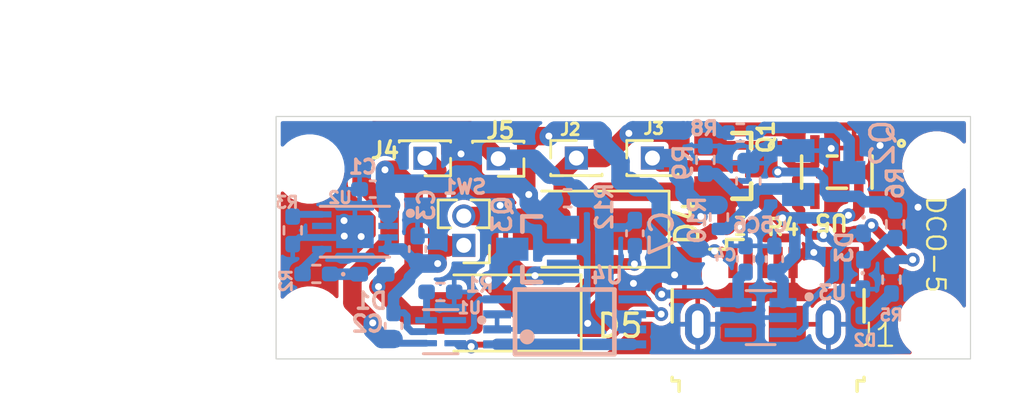
<source format=kicad_pcb>
(kicad_pcb (version 20240108) (generator "pcbnew") (generator_version "8.0")
  (layers (0 "F.Cu" signal) (31 "B.Cu" signal) (34 "B.Paste" user) (35 "F.Paste" user) (36 "B.SilkS" user "B.Silkscreen") (37 "F.SilkS" user "F.Silkscreen") (38 "B.Mask" user) (39 "F.Mask" user) (44 "Edge.Cuts" user))
  (net 0 "")
  (net 1 "BAT+")
  (net 2 "+3V")
  (net 3 "VIN+")
  (net 4 "Net-(D1-K)")
  (net 5 "Net-(D2-A)")
  (net 6 "DOUT")
  (net 7 "Net-(D3-A)")
  (net 8 "VIN-")
  (net 12 "EN")
  (net 13 "Net-(U1-V-)")
  (net 14 "Net-(U2-STAT)")
  (net 15 "Net-(U2-PROG)")
  (net 16 "LOAD_SUPPLY")
  (net 18 "COUT")
  (net 19 "BAT-")
  (net 20 "Net-(U4-D1)")
  (net 22 "Net-(C6-Pad1)")
  (net 23 "LOAD_VCC")
  (net 24 "OUT-")
  (net 25 "Net-(Q2-Pad3)")
  (footprint "Diode_SMD:D_SMA" (layer "F.Cu") (at 186.1835 71.02 180)
    (property "Reference" "D5")
    (property "Value" "D_Schottky")
  )
  (footprint "Connector_PinHeader_1.27mm:PinHeader_1x02_P1.27mm_Vertical" (layer "F.Cu") (at 184.616 68.09 180)
    (property "Reference" "SW1")
    (property "Value" "SW_Push")
  )
  (footprint "" (layer "F.Cu") (at 177.955175 71.37)
    (property "Reference" "")
    (property "Value" "")
  )
  (footprint "footprints:SOT-143_M4_MCH" (layer "F.Cu") (at 200.7542 64.9194 180)
    (property "Reference" "U5")
    (property "Value" "MIC6315-30D2UY-TR")
  )
  (footprint "Connector_PinHeader_1.27mm:PinHeader_1x01_P1.27mm_Vertical" (layer "F.Cu") (at 189.486 64.31)
    (property "Reference" "J2")
    (property "Value" "Conn_01x01_Pin")
  )
  (footprint "Connector_PinHeader_1.27mm:PinHeader_1x01_P1.27mm_Vertical" (layer "F.Cu") (at 186.106 64.34 180)
    (property "Reference" "J5")
    (property "Value" "Conn_01x01_Pin")
  )
  (footprint "Connector_PinHeader_1.27mm:PinHeader_1x01_P1.27mm_Vertical" (layer "F.Cu") (at 192.776 64.31)
    (property "Reference" "J3")
    (property "Value" "Conn_01x01_Pin")
  )
  (footprint "USB_MICRO-B:USB-Micro-B_U-D-M7DS-G-1" (layer "F.Cu") (at 197.561 71.51 180)
    (property "Reference" "J1")
    (property "Value" "USB_B_Micro")
  )
  (footprint "Resistor_SMD:R_0402_1005Metric_Pad0.72x0.64mm_HandSolder" (layer "F.Cu") (at 196.57 67.245 180)
    (property "Reference" "R4")
    (property "Value" "10k")
  )
  (footprint "" (layer "F.Cu") (at 177.955175 64.785769)
    (property "Reference" "")
    (property "Value" "")
  )
  (footprint "Connector_PinHeader_1.27mm:PinHeader_1x01_P1.27mm_Vertical" (layer "F.Cu") (at 182.936 64.32 180)
    (property "Reference" "J4")
    (property "Value" "Conn_01x01_Pin")
  )
  (footprint "Diode_SMD:D_SMA" (layer "F.Cu") (at 189.986 67.39 180)
    (property "Reference" "D4")
    (property "Value" "D_Schottky")
  )
  (footprint "AO3401A:SOT23" (layer "F.Cu") (at 196.386 64.65 -90)
    (property "Reference" "Q1")
    (property "Value" "AO3401A")
  )
  (footprint "" (layer "F.Cu") (at 205.076 64.65)
    (property "Reference" "")
    (property "Value" "")
  )
  (footprint "" (layer "F.Cu") (at 204.896 71.5)
    (property "Reference" "")
    (property "Value" "")
  )
  (footprint "IRLML6344:SOT23" (layer "B.Cu") (at 200.185 64.939 90)
    (property "Reference" "Q2")
    (property "Value" "AO3401A")
  )
  (footprint "8205A:TSSOP8" (layer "B.Cu") (at 188.981 71.405)
    (property "Reference" "U4")
    (property "Value" "8205A")
  )
  (footprint "Capacitor_SMD:C_0402_1005Metric_Pad0.74x0.62mm_HandSolder" (layer "B.Cu") (at 180.676 65.66)
    (property "Reference" "C1")
    (property "Value" "4.7uF")
  )
  (footprint "LED_SMD:LED_0402_1005Metric_Pad0.77x0.64mm_HandSolder" (layer "B.Cu") (at 180.6635 69.34)
    (property "Reference" "D1")
    (property "Value" "LED" (hide yes))
  )
  (footprint "Capacitor_SMD:C_0402_1005Metric_Pad0.74x0.62mm_HandSolder" (layer "B.Cu") (at 181.576 71.58 90)
    (property "Reference" "C2")
    (property "Value" ".1uF")
  )
  (footprint "Resistor_SMD:R_0402_1005Metric_Pad0.72x0.64mm_HandSolder" (layer "B.Cu") (at 178.236 69.33 180)
    (property "Reference" "R2")
    (property "Value" "470")
  )
  (footprint "Resistor_SMD:R_0402_1005Metric" (layer "B.Cu") (at 189.106 66.05)
    (property "Reference" "R12")
    (property "Value" "10k")
  )
  (footprint "MIC5365-3.0YC5-TR:SOT65P210X110-5N" (layer "B.Cu") (at 197.456 71.22 180)
    (property "Reference" "U3")
    (property "Value" "MIC5365-3.0YC5-TR")
  )
  (footprint "LED_SMD:LED_0402_1005Metric_Pad0.77x0.64mm_HandSolder" (layer "B.Cu") (at 201.876 70.56 -90)
    (property "Reference" "D2")
    (property "Value" "LED")
  )
  (footprint "Resistor_SMD:R_0402_1005Metric_Pad0.72x0.64mm_HandSolder" (layer "B.Cu") (at 183.6035 70.11 180)
    (property "Reference" "R1")
    (property "Value" "2.2k")
  )
  (footprint "Capacitor_SMD:C_0402_1005Metric_Pad0.74x0.62mm_HandSolder" (layer "B.Cu") (at 196.806 68.68 -90)
    (property "Reference" "C4")
    (property "Value" "1uF")
  )
  (footprint "Capacitor_SMD:C_0402_1005Metric_Pad0.74x0.62mm_HandSolder" (layer "B.Cu") (at 192.016 67.57 90)
    (property "Reference" "C7")
    (property "Value" ".1uF")
  )
  (footprint "BQ29700DSER:SON50P150X150X80-6N" (layer "B.Cu") (at 183.616 71.83 180)
    (property "Reference" "U1")
    (property "Value" "BQ29700DSER")
  )
  (footprint "Capacitor_SMD:C_0603_1608Metric" (layer "B.Cu") (at 196.926 65.305 90)
    (property "Reference" "C6")
    (property "Value" "10uF")
  )
  (footprint "Resistor_SMD:R_0402_1005Metric" (layer "B.Cu") (at 195.656 66.87 -90)
    (property "Reference" "R10")
    (property "Value" "R")
  )
  (footprint "Resistor_SMD:R_0402_1005Metric_Pad0.72x0.64mm_HandSolder" (layer "B.Cu") (at 195.066 64.3875 -90)
    (property "Reference" "R9")
    (property "Value" "R")
  )
  (footprint "Capacitor_SMD:C_0402_1005Metric_Pad0.74x0.62mm_HandSolder" (layer "B.Cu") (at 198.051 68.685 -90)
    (property "Reference" "C5")
    (property "Value" "1uF")
  )
  (footprint "MCP73831-2ACI_MC:SON50P200X300X100-9N" (layer "B.Cu") (at 179.906 67.5 180)
    (property "Reference" "U2")
    (property "Value" "MCP73831-2ACI_MC")
  )
  (footprint "Capacitor_SMD:C_0402_1005Metric_Pad0.74x0.62mm_HandSolder" (layer "B.Cu") (at 182.616 68.25 -90)
    (property "Reference" "C3")
    (property "Value" "4.7uF")
  )
  (footprint "Resistor_SMD:R_0402_1005Metric" (layer "B.Cu") (at 196.576 63.21 180)
    (property "Reference" "R8")
    (property "Value" "R")
  )
  (footprint "AO3401A:SOT23" (layer "B.Cu") (at 187.811 68.259 -90)
    (property "Reference" "Q3")
    (property "Value" "PMOS")
  )
  (footprint "LED_SMD:LED_0402_1005Metric_Pad0.77x0.64mm_HandSolder" (layer "B.Cu") (at 201.906 68.14 -90)
    (property "Reference" "D3")
    (property "Value" "RED_LED")
  )
  (footprint "Resistor_SMD:R_0402_1005Metric_Pad0.72x0.64mm_HandSolder" (layer "B.Cu") (at 203.276 67.18 90)
    (property "Reference" "R6")
    (property "Value" "1k")
  )
  (footprint "Resistor_SMD:R_0402_1005Metric_Pad0.72x0.64mm_HandSolder" (layer "B.Cu") (at 177.216 67.44 -90)
    (property "Reference" "R3")
    (property "Value" "R")
  )
  (footprint "Resistor_SMD:R_0402_1005Metric_Pad0.72x0.64mm_HandSolder" (layer "B.Cu") (at 203.116 69.5775 90)
    (property "Reference" "R5")
    (property "Value" "1k")
  )
  (gr_rect (start 176.496 62.51) (end 206.536 73.01) (stroke (width 0.05)) (fill none) (layer "Edge.Cuts"))
  (gr_text "DCO-5\n" (at 204.556 65.893 -90) (layer "F.SilkS") (effects (font (size 0.8 0.8) (thickness 0.1)) (justify left bottom)))
  (segment (start 183.466 64.85) (end 183.466 67.886) (width 0.8) (layer "F.Cu") (net 1))
  (segment (start 183.999 68.09) (end 184.616 68.09) (width 0.8) (layer "F.Cu") (net 1))
  (segment (start 183.91 68.179) (end 183.999 68.09) (width 0.8) (layer "F.Cu") (net 1))
  (segment (start 183.466 67.886) (end 183.466 68.86) (width 0.8) (layer "F.Cu") (net 1))
  (segment (start 183.466 67.886) (end 183.617 67.886) (width 0.8) (layer "F.Cu") (net 1))
  (segment (start 183.617 67.886) (end 183.91 68.179) (width 0.8) (layer "F.Cu") (net 1))
  (segment (start 182.936 64.32) (end 183.466 64.85) (width 0.8) (layer "F.Cu") (net 1))
  (segment (start 183.466 68.86) (end 183.486 68.88) (width 0.8) (layer "F.Cu") (net 1))
  (via (at 183.486 68.88) (size 0.6) (drill 0.3) (layers "F.Cu" "B.Cu") (net 1))
  (segment (start 181.341 67.75) (end 181.341 68.25) (width 0.3) (layer "B.Cu") (net 1))
  (segment (start 182.366 71.83) (end 182.166 71.63) (width 0.3) (layer "B.Cu") (net 1))
  (segment (start 182.0285 71.0125) (end 181.576 71.0125) (width 0.3) (layer "B.Cu") (net 1))
  (segment (start 182.986 71.83) (end 182.366 71.83) (width 0.3) (layer "B.Cu") (net 1))
  (segment (start 182.166 71.63) (end 182.166 71.15) (width 0.3) (layer "B.Cu") (net 1))
  (segment (start 181.576 70.29) (end 181.576 71.0125) (width 0.5) (layer "B.Cu") (net 1))
  (segment (start 182.616 69.13) (end 182.266 69.48) (width 0.5) (layer "B.Cu") (net 1))
  (segment (start 182.266 69.6) (end 181.576 70.29) (width 0.5) (layer "B.Cu") (net 1))
  (segment (start 183.486 68.88) (end 182.6785 68.88) (width 0.8) (layer "B.Cu") (net 1))
  (segment (start 181.956 68.25) (end 181.341 68.25) (width 0.5) (layer "B.Cu") (net 1))
  (segment (start 182.166 71.15) (end 182.0285 71.0125) (width 0.3) (layer "B.Cu") (net 1))
  (segment (start 182.5235 68.8175) (end 181.956 68.25) (width 0.5) (layer "B.Cu") (net 1))
  (segment (start 182.616 68.8175) (end 182.5235 68.8175) (width 0.5) (layer "B.Cu") (net 1))
  (segment (start 182.6785 68.88) (end 182.616 68.8175) (width 0.8) (layer "B.Cu") (net 1))
  (segment (start 182.616 68.8175) (end 182.616 69.13) (width 0.5) (layer "B.Cu") (net 1))
  (segment (start 182.266 69.48) (end 182.266 69.6) (width 0.5) (layer "B.Cu") (net 1))
  (segment (start 197.486 64.65) (end 193.116 64.65) (width 0.5) (layer "F.Cu") (net 2))
  (segment (start 198.199 64.915) (end 197.934 64.65) (width 0.381) (layer "F.Cu") (net 2))
  (segment (start 193.736 66.97) (end 193.816 66.97) (width 0.5) (layer "F.Cu") (net 2))
  (segment (start 192.936 67.77) (end 192.936 69.97) (width 0.5) (layer "F.Cu") (net 2))
  (segment (start 194.736 66.97) (end 194.866 66.84) (width 0.5) (layer "F.Cu") (net 2))
  (segment (start 192.796 64.33) (end 192.776 64.31) (width 0.8) (layer "F.Cu") (net 2))
  (segment (start 192.936 69.97) (end 193.176 70.21) (width 0.5) (layer "F.Cu") (net 2))
  (segment (start 192.936 67.77) (end 193.736 66.97) (width 0.5) (layer "F.Cu") (net 2))
  (segment (start 193.116 64.65) (end 192.776 64.31) (width 0.5) (layer "F.Cu") (net 2))
  (segment (start 197.934 64.65) (end 197.486 64.65) (width 0.381) (layer "F.Cu") (net 2))
  (segment (start 193.816 66.97) (end 194.736 66.97) (width 0.5) (layer "F.Cu") (net 2))
  (via (at 193.176 70.21) (size 0.6) (drill 0.3) (layers "F.Cu" "B.Cu") (net 2))
  (via (at 194.866 66.84) (size 0.6) (drill 0.3) (layers "F.Cu" "B.Cu") (net 2))
  (via (at 198.199 64.915) (size 0.5) (drill 0.3) (layers "F.Cu" "B.Cu") (net 2))
  (segment (start 196.486 70.57) (end 195.476068 70.57) (width 0.381) (layer "B.Cu") (net 2))
  (segment (start 200.1945 65.1965) (end 200.1945 65.561) (width 0.381) (layer "B.Cu") (net 2))
  (segment (start 193.706 64.31) (end 192.776 64.31) (width 0.8) (layer "B.Cu") (net 2))
  (segment (start 194.866 66.84) (end 194.866 66.54) (width 0.5) (layer "B.Cu") (net 2))
  (segment (start 196.486 69.5675) (end 196.806 69.2475) (width 0.5) (layer "B.Cu") (net 2))
  (segment (start 203.276 66.5825) (end 202.896 66.2025) (width 0.5) (layer "B.Cu") (net 2))
  (segment (start 196.806 69.2475) (end 196.8435 69.21) (width 0.5) (layer "B.Cu") (net 2))
  (segment (start 194.166 65.37) (end 193.896 65.1) (width 0.8) (layer "B.Cu") (net 2))
  (segment (start 194.668893 66.342893) (end 194.166 65.84) (width 0.8) (layer "B.Cu") (net 2))
  (segment (start 202.896 66.2025) (end 201.9345 66.2025) (width 0.5) (layer "B.Cu") (net 2))
  (segment (start 201.7 65.968) (end 200.36 65.968) (width 0.5) (layer "B.Cu") (net 2))
  (segment (start 193.896 64.5) (end 193.706 64.31) (width 0.8) (layer "B.Cu") (net 2))
  (segment (start 196.486 69.5675) (end 196.486 70.57) (width 0.5) (layer "B.Cu") (net 2))
  (segment (start 193.896 65.03) (end 193.996 64.93) (width 0.8) (layer "B.Cu") (net 2))
  (segment (start 198.199 64.915) (end 199.913 64.915) (width 0.381) (layer "B.Cu") (net 2))
  (segment (start 194.166 65.84) (end 194.166 65.37) (width 0.8) (layer "B.Cu") (net 2))
  (segment (start 193.896 64.83) (end 193.896 64.5) (width 0.8) (layer "B.Cu") (net 2))
  (segment (start 201.9345 66.2025) (end 201.7 65.968) (width 0.5) (layer "B.Cu") (net 2))
  (segment (start 193.896 65.1) (end 193.896 65.03) (width 0.8) (layer "B.Cu") (net 2))
  (segment (start 195.261034 70.354966) (end 195.260966 70.354966) (width 0.381) (layer "B.Cu") (net 2))
  (segment (start 194.866 66.54) (end 194.668893 66.342893) (width 0.5) (layer "B.Cu") (net 2))
  (segment (start 193.186 70.2) (end 193.176 70.21) (width 0.381) (layer "B.Cu") (net 2))
  (segment (start 195.076 70.17) (end 195.046 70.2) (width 0.381) (layer "B.Cu") (net 2))
  (segment (start 193.996 64.93) (end 193.896 64.83) (width 0.8) (layer "B.Cu") (net 2))
  (segment (start 195.476068 70.57) (end 195.261034 70.354966) (width 0.381) (layer "B.Cu") (net 2))
  (segment (start 200.1945 65.561) (end 200.1945 65.8025) (width 0.381) (layer "B.Cu") (net 2))
  (segment (start 200.073 65.075) (end 200.1945 65.1965) (width 0.381) (layer "B.Cu") (net 2))
  (segment (start 200.1945 65.8025) (end 200.36 65.968) (width 0.381) (layer "B.Cu") (net 2))
  (segment (start 195.046 70.2) (end 193.186 70.2) (width 0.381) (layer "B.Cu") (net 2))
  (segment (start 195.260966 70.354966) (end 195.076 70.17) (width 0.381) (layer "B.Cu") (net 2))
  (segment (start 194.668893 66.342893) (end 195.638893 66.342893) (width 0.8) (layer "B.Cu") (net 2))
  (segment (start 199.913 64.915) (end 200.073 65.075) (width 0.381) (layer "B.Cu") (net 2))
  (segment (start 181.624 69.88) (end 180.926 69.88) (width 0.8) (layer "F.Cu") (net 3))
  (segment (start 182.446 69.058) (end 181.624 69.88) (width 0.8) (layer "F.Cu") (net 3))
  (segment (start 182.446 65.7) (end 182.446 69.058) (width 0.8) (layer "F.Cu") (net 3))
  (segment (start 188.296 63.36) (end 187.676 63.36) (width 0.8) (layer "F.Cu") (net 3))
  (segment (start 181.566 64.82) (end 182.446 65.7) (width 0.8) (layer "F.Cu") (net 3))
  (segment (start 195.766 68.34) (end 195.466 68.34) (width 0.381) (layer "F.Cu") (net 3))
  (segment (start 196.261 68.835) (end 195.766 68.34) (width 0.381) (layer "F.Cu") (net 3))
  (segment (start 182.166 71.12) (end 180.926 69.88) (width 0.8) (layer "F.Cu") (net 3))
  (segment (start 181.206 64.82) (end 181.566 64.82) (width 0.8) (layer "F.Cu") (net 3))
  (segment (start 187.316 65.78) (end 187.426 65.89) (width 0.8) (layer "F.Cu") (net 3))
  (segment (start 187.316 63.72) (end 187.316 65.78) (width 0.8) (layer "F.Cu") (net 3))
  (segment (start 184.1335 71.12) (end 182.166 71.12) (width 0.8) (layer "F.Cu") (net 3))
  (segment (start 187.676 63.36) (end 187.316 63.72) (width 0.8) (layer "F.Cu") (net 3))
  (via (at 195.466 68.34) (size 0.6) (drill 0.3) (layers "F.Cu" "B.Cu") (net 3))
  (via (at 180.926 69.88) (size 0.6) (drill 0.3) (layers "F.Cu" "B.Cu") (net 3))
  (via (at 181.206 64.82) (size 0.6) (drill 0.3) (layers "F.Cu" "B.Cu") (net 3))
  (via (at 187.426 65.89) (size 0.6) (drill 0.3) (layers "F.Cu" "B.Cu") (net 3))
  (via (at 188.296 63.36) (size 0.6) (drill 0.3) (layers "F.Cu" "B.Cu") (net 3))
  (segment (start 188.066 66.58) (end 188.523893 66.122107) (width 0.8) (layer "B.Cu") (net 3))
  (segment (start 181.206 65.6225) (end 181.206 64.82) (width 0.8) (layer "B.Cu") (net 3))
  (segment (start 187.426 65.89) (end 187.426 66.25) (width 0.8) (layer "B.Cu") (net 3))
  (segment (start 181.2435 65.66) (end 181.2435 66.1275) (width 0.8) (layer "B.Cu") (net 3))
  (segment (start 192.666 65.57) (end 192.896 65.8) (width 0.8) (layer "B.Cu") (net 3))
  (segment (start 190.626 63.29) (end 190.606 63.27) (width 0.8) (layer "B.Cu") (net 3))
  (segment (start 194.366 67.95) (end 194.646 68.23) (width 0.8) (layer "B.Cu") (net 3))
  (segment (start 192.076 65.57) (end 192.666 65.57) (width 0.8) (layer "B.Cu") (net 3))
  (segment (start 188.326 63.36) (end 188.296 63.36) (width 0.8) (layer "B.Cu") (net 3))
  (segment (start 185.276 65.44) (end 184.866 65.03) (width 0.8) (layer "B.Cu") (net 3))
  (segment (start 187.426 65.89) (end 186.976 65.44) (width 0.8) (layer "B.Cu") (net 3))
  (segment (start 188.296 63.39) (end 188.566 63.12) (width 0.8) (layer "B.Cu") (net 3))
  (segment (start 184.336 65.03) (end 184.326 65.02) (width 0.8) (layer "B.Cu") (net 3))
  (segment (start 191.396 64.46) (end 190.626 63.69) (width 0.8) (layer "B.Cu") (net 3))
  (segment (start 183.926 65.42) (end 181.4835 65.42) (width 0.8) (layer "B.Cu") (net 3))
  (segment (start 186.976 65.44) (end 185.276 65.44) (width 0.8) (layer "B.Cu") (net 3))
  (segment (start 187.426 66.25) (end 187.756 66.58) (width 0.8) (layer "B.Cu") (net 3))
  (segment (start 194.366 67.9) (end 194.366 67.95) (width 0.8) (layer "B.Cu") (net 3))
  (segment (start 181.2435 65.66) (end 181.206 65.6225) (width 0.8) (layer "B.Cu") (net 3))
  (segment (start 190.606 63.27) (end 190.456 63.12) (width 0.8) (layer "B.Cu") (net 3))
  (segment (start 194.946 68.34) (end 194.836 68.23) (width 0.381) (layer "B.Cu") (net 3))
  (segment (start 181.2435 66.1275) (end 181.466 66.35) (width 0.8) (layer "B.Cu") (net 3))
  (segment (start 181.236 69.34) (end 180.926 69.65) (width 0.5) (layer "B.Cu") (net 3))
  (segment (start 187.756 66.58) (end 188.066 66.58) (width 0.8) (layer "B.Cu") (net 3))
  (segment (start 193.136 66.67) (end 194.366 67.9) (width 0.8) (layer "B.Cu") (net 3))
  (segment (start 190.456 63.12) (end 188.566 63.12) (width 0.8) (layer "B.Cu") (net 3))
  (segment (start 188.066 66.58) (end 188.182 66.58) (width 0.8) (layer "B.Cu") (net 3))
  (segment (start 181.4835 65.42) (end 181.2435 65.66) (width 0.8) (layer "B.Cu") (net 3))
  (segment (start 191.396 65.3) (end 191.396 64.46) (width 0.8) (layer "B.Cu") (net 3))
  (segment (start 188.386 63.3) (end 188.326 63.36) (width 0.8) (layer "B.Cu") (net 3))
  (segment (start 194.646 68.23) (end 194.836 68.23) (width 0.8) (layer "B.Cu") (net 3))
  (segment (start 195.466 68.34) (end 194.946 68.34) (width 0.381) (layer "B.Cu") (net 3))
  (segment (start 188.296 63.36) (end 188.296 63.39) (width 0.8) (layer "B.Cu") (net 3))
  (segment (start 181.341 67.25) (end 181.341 66.75) (width 0.3) (layer "B.Cu") (net 3))
  (segment (start 180.926 69.65) (end 180.926 69.88) (width 0.5) (layer "B.Cu") (net 3))
  (segment (start 192.896 65.8) (end 192.896 65.85) (width 0.8) (layer "B.Cu") (net 3))
  (segment (start 191.806 65.3) (end 192.076 65.57) (width 0.8) (layer "B.Cu") (net 3))
  (segment (start 181.466 66.35) (end 181.341 66.475) (width 0.8) (layer "B.Cu") (net 3))
  (segment (start 190.626 63.69) (end 190.626 63.29) (width 0.8) (layer "B.Cu") (net 3))
  (segment (start 184.326 65.02) (end 183.926 65.42) (width 0.8) (layer "B.Cu") (net 3))
  (segment (start 192.896 65.85) (end 193.136 66.09) (width 0.8) (layer "B.Cu") (net 3))
  (segment (start 188.182 66.58) (end 188.911 67.309) (width 0.8) (layer "B.Cu") (net 3))
  (segment (start 184.866 65.03) (end 184.336 65.03) (width 0.8) (layer "B.Cu") (net 3))
  (segment (start 191.396 65.3) (end 191.806 65.3) (width 0.8) (layer "B.Cu") (net 3))
  (segment (start 193.136 66.09) (end 193.136 66.67) (width 0.8) (layer "B.Cu") (net 3))
  (segment (start 181.341 66.475) (end 181.341 66.75) (width 0.8) (layer "B.Cu") (net 3))
  (segment (start 178.8435 69.34) (end 178.8335 69.33) (width 0.5) (layer "B.Cu") (net 4))
  (segment (start 180.091 69.34) (end 178.8435 69.34) (width 0.5) (layer "B.Cu") (net 4))
  (segment (start 202.1585 71.1325) (end 203.116 70.175) (width 0.5) (layer "B.Cu") (net 5))
  (segment (start 201.876 71.1325) (end 202.1585 71.1325) (width 0.5) (layer "B.Cu") (net 5))
  (segment (start 190.536 72.39) (end 185.016 72.39) (width 0.254) (layer "F.Cu") (net 6))
  (segment (start 185.016 72.39) (end 184.936 72.47) (width 0.254) (layer "F.Cu") (net 6))
  (segment (start 192.016 71.07) (end 191.436 71.65) (width 0.254) (layer "F.Cu") (net 6))
  (segment (start 193.156 71.07) (end 192.016 71.07) (width 0.254) (layer "F.Cu") (net 6))
  (segment (start 191.436 71.65) (end 190.696 72.39) (width 0.254) (layer "F.Cu") (net 6))
  (segment (start 190.696 72.39) (end 190.536 72.39) (width 0.254) (layer "F.Cu") (net 6))
  (via (at 193.156 71.07) (size 0.6) (drill 0.3) (layers "F.Cu" "B.Cu") (net 6))
  (via (at 184.936 72.47) (size 0.6) (drill 0.3) (layers "F.Cu" "B.Cu") (net 6))
  (segment (start 191.906 70.43) (end 192.509288 70.43) (width 0.254) (layer "B.Cu") (net 6))
  (segment (start 184.386 72.47) (end 184.246 72.33) (width 0.254) (layer "B.Cu") (net 6))
  (segment (start 193.149288 71.07) (end 193.156 71.07) (width 0.254) (layer "B.Cu") (net 6))
  (segment (start 192.877644 70.798356) (end 193.149288 71.07) (width 0.254) (layer "B.Cu") (net 6))
  (segment (start 192.509288 70.43) (end 192.877644 70.798356) (width 0.254) (layer "B.Cu") (net 6))
  (segment (start 184.936 72.47) (end 184.386 72.47) (width 0.254) (layer "B.Cu") (net 6))
  (segment (start 202.0135 68.7125) (end 202.9485 67.7775) (width 0.381) (layer "B.Cu") (net 7))
  (segment (start 202.9485 67.7775) (end 203.276 67.7775) (width 0.381) (layer "B.Cu") (net 7))
  (segment (start 201.906 68.7125) (end 202.0135 68.7125) (width 0.381) (layer "B.Cu") (net 7))
  (segment (start 199.296 68.4) (end 199.756 68.4) (width 0.381) (layer "F.Cu") (net 8))
  (segment (start 198.861 68.835) (end 199.296 68.4) (width 0.381) (layer "F.Cu") (net 8))
  (via (at 179.446 67.69) (size 0.6) (drill 0.3) (layers "F.Cu" "B.Cu") (net 8))
  (via (at 200.512 63.894) (size 0.6) (drill 0.3) (layers "F.Cu" "B.Cu") (net 8))
  (via (at 202.624 63.765) (size 0.6) (drill 0.3) (layers "F.Cu" "B.Cu") (net 8))
  (via (at 186.186 66.36) (size 0.6) (drill 0.3) (layers "F.Cu" "B.Cu") (net 8))
  (via (at 204.266 66.44) (size 0.6) (drill 0.3) (layers "F.Cu" "B.Cu") (net 8))
  (via (at 191.955 69.739) (size 0.6) (drill 0.3) (layers "F.Cu" "B.Cu") (net 8))
  (via (at 193.736 69.37) (size 0.6) (drill 0.3) (layers "F.Cu" "B.Cu") (net 8))
  (via (at 199.756 68.4) (size 0.6) (drill 0.3) (layers "F.Cu" "B.Cu") (net 8))
  (via (at 189.976 71.47) (size 0.6) (drill 0.3) (layers "F.Cu" "B.Cu") (net 8))
  (via (at 179.436 67.02) (size 0.6) (drill 0.3) (layers "F.Cu" "B.Cu") (net 8))
  (via (at 180.176 67.71) (size 0.6) (drill 0.3) (layers "F.Cu" "B.Cu") (net 8))
  (via (at 184.496 64.13) (size 0.6) (drill 0.3) (layers "F.Cu" "B.Cu") (net 8))
  (segment (start 197.467 63.989) (end 196.926 64.53) (width 0.5) (layer "B.Cu") (net 8))
  (segment (start 198.58 63.989) (end 197.467 63.989) (width 0.5) (layer "B.Cu") (net 8))
  (segment (start 198.932 63.989) (end 198.756 63.813) (width 0.5) (layer "B.Cu") (net 8))
  (segment (start 199.085 63.989) (end 198.932 63.989) (width 0.5) (layer "B.Cu") (net 8))
  (segment (start 178.471 67.75) (end 177.5035 67.75) (width 0.3) (layer "B.Cu") (net 8))
  (segment (start 196.926 64.53) (end 197.037 64.53) (width 0.5) (layer "B.Cu") (net 8))
  (segment (start 178.471 67.75) (end 179.386 67.75) (width 0.3) (layer "B.Cu") (net 8))
  (segment (start 198.756 63.813) (end 198.58 63.989) (width 0.5) (layer "B.Cu") (net 8))
  (segment (start 177.5035 67.75) (end 177.216 68.0375) (width 0.3) (layer "B.Cu") (net 8))
  (segment (start 179.386 67.75) (end 179.446 67.69) (width 0.3) (layer "B.Cu") (net 8))
  (segment (start 199.1 65.139) (end 199.005 65.234) (width 0.381) (layer "F.Cu") (net 12))
  (segment (start 198.7815 67.7695) (end 197.657 67.7695) (width 0.381) (layer "F.Cu") (net 12))
  (segment (start 199.594 67.657) (end 199.244 67.307) (width 0.381) (layer "F.Cu") (net 12))
  (segment (start 197.1675 67.245) (end 197.233 67.245) (width 0.381) (layer "F.Cu") (net 12))
  (segment (start 198.35 63.7595) (end 195.3455 63.7595) (width 0.381) (layer "F.Cu") (net 12))
  (segment (start 198.602098 64.409098) (end 198.598902 64.409098) (width 0.381) (layer "F.Cu") (net 12))
  (segment (start 195.3455 63.7595) (end 195.286 63.7) (width 0.381) (layer "F.Cu") (net 12))
  (segment (start 199.1945 66.574564) (end 199.1945 66.9465) (width 0.381) (layer "F.Cu") (net 12))
  (segment (start 198.5765 63.986) (end 198.35 63.7595) (width 0.381) (layer "F.Cu") (net 12))
  (segment (start 199.716 64.706) (end 199.8042 64.6178) (width 0.381) (layer "F.Cu") (net 12))
  (segment (start 199.1 64.706) (end 198.899 64.706) (width 0.381) (layer "F.Cu") (net 12))
  (segment (start 199.1945 66.9465) (end 199.244 66.996) (width 0.381) (layer "F.Cu") (net 12))
  (segment (start 199.005 66.385064) (end 199.1945 66.574564) (width 0.381) (layer "F.Cu") (net 12))
  (segment (start 199.005 65.234) (end 199.005 66.385064) (width 0.381) (layer "F.Cu") (net 12))
  (segment (start 198.899 64.706) (end 198.602098 64.409098) (width 0.381) (layer "F.Cu") (net 12))
  (segment (start 198.598902 64.122402) (end 198.5765 64.1) (width 0.381) (layer "F.Cu") (net 12))
  (segment (start 199.1 64.706) (end 199.1 65.139) (width 0.381) (layer "F.Cu") (net 12))
  (segment (start 199.1 64.706) (end 199.716 64.706) (width 0.381) (layer "F.Cu") (net 12))
  (segment (start 199.244 67.307) (end 198.7815 67.7695) (width 0.381) (layer "F.Cu") (net 12))
  (segment (start 200.172 67.657) (end 199.594 67.657) (width 0.381) (layer "F.Cu") (net 12))
  (segment (start 198.598902 64.409098) (end 198.598902 64.122402) (width 0.381) (layer "F.Cu") (net 12))
  (segment (start 198.5765 64.1) (end 198.5765 63.986) (width 0.381) (layer "F.Cu") (net 12))
  (segment (start 199.8042 64.6178) (end 199.8042 63.878) (width 0.381) (layer "F.Cu") (net 12))
  (segment (start 197.1675 67.28) (end 197.1675 67.245) (width 0.381) (layer "F.Cu") (net 12))
  (segment (start 202.2535 67.22) (end 203.7435 68.71) (width 0.381) (layer "F.Cu") (net 12))
  (segment (start 199.244 66.996) (end 199.244 67.307) (width 0.381) (layer "F.Cu") (net 12))
  (segment (start 203.7435 68.71) (end 204.036 68.71) (width 0.381) (layer "F.Cu") (net 12))
  (segment (start 197.657 67.7695) (end 197.1675 67.28) (width 0.381) (layer "F.Cu") (net 12))
  (via (at 202.2535 67.22) (size 0.6) (drill 0.3) (layers "F.Cu" "B.Cu") (net 12))
  (via (at 204.036 68.71) (size 0.6) (drill 0.3) (layers "F.Cu" "B.Cu") (net 12))
  (via (at 200.172 67.657) (size 0.6) (drill 0.3) (layers "F.Cu" "B.Cu") (net 12))
  (segment (start 200.172 67.657) (end 200.3 67.657) (width 0.381) (layer "B.Cu") (net 12))
  (segment (start 199.406 71.6) (end 199.406 71.04) (width 0.254) (layer "B.Cu") (net 12))
  (segment (start 199.406 71.04) (end 199.406 70.73) (width 0.254) (layer "B.Cu") (net 12))
  (segment (start 199.406 70.73) (end 199.836 70.3) (width 0.254) (layer "B.Cu") (net 12))
  (segment (start 199.136 71.87) (end 199.206 71.8) (width 0.254) (layer "B.Cu") (net 12))
  (segment (start 200.656 68.55) (end 200.656 69.48) (width 0.381) (layer "B.Cu") (net 12))
  (segment (start 200.8445 68.2015) (end 200.656 68.39) (width 0.381) (layer "B.Cu") (net 12))
  (segment (start 202.2535 67.22) (end 201.906 67.5675) (width 0.381) (layer "B.Cu") (net 12))
  (segment (start 203.116 68.98) (end 203.386 68.71) (width 0.381) (layer "B.Cu") (net 12))
  (segment (start 201.906 67.5675) (end 201.4785 67.5675) (width 0.381) (layer "B.Cu") (net 12))
  (segment (start 198.426 71.87) (end 199.136 71.87) (width 0.254) (layer "B.Cu") (net 12))
  (segment (start 199.836 70.3) (end 200.656 69.48) (width 0.254) (layer "B.Cu") (net 12))
  (segment (start 203.386 68.71) (end 204.036 68.71) (width 0.381) (layer "B.Cu") (net 12))
  (segment (start 200.3 67.657) (end 200.8445 68.2015) (width 0.381) (layer "B.Cu") (net 12))
  (segment (start 201.4785 67.5675) (end 200.8445 68.2015) (width 0.381) (layer "B.Cu") (net 12))
  (segment (start 199.206 71.8) (end 199.406 71.6) (width 0.254) (layer "B.Cu") (net 12))
  (segment (start 200.656 68.39) (end 200.656 68.55) (width 0.381) (layer "B.Cu") (net 12))
  (segment (start 183.006 71.31) (end 183.006 70.11) (width 0.3) (layer "B.Cu") (net 13))
  (segment (start 182.986 71.33) (end 183.006 71.31) (width 0.3) (layer "B.Cu") (net 13))
  (segment (start 177.6385 69.108) (end 177.6535 69.108) (width 0.381) (layer "B.Cu") (net 14))
  (segment (start 177.6535 69.108) (end 178.471 68.2905) (width 0.381) (layer "B.Cu") (net 14))
  (segment (start 177.6385 69.33) (end 177.6385 69.108) (width 0.381) (layer "B.Cu") (net 14))
  (segment (start 178.471 66.75) (end 177.3085 66.75) (width 0.3) (layer "B.Cu") (net 15))
  (segment (start 177.3085 66.75) (end 177.216 66.8425) (width 0.3) (layer "B.Cu") (net 15))
  (segment (start 191.998 68.897) (end 191.218 68.897) (width 0.5) (layer "F.Cu") (net 16))
  (segment (start 189.906 66.36) (end 190.496 65.77) (width 0.8) (layer "F.Cu") (net 16))
  (segment (start 191.218 68.897) (end 191.194 68.921) (width 0.5) (layer "F.Cu") (net 16))
  (segment (start 196.306 65.6) (end 195.286 65.6) (width 0.8) (layer "F.Cu") (net 16))
  (segment (start 189.906 68.52) (end 189.906 68.639) (width 0.8) (layer "F.Cu") (net 16))
  (segment (start 201.508 66.79) (end 201.704201 66.593799) (width 0.5) (layer "F.Cu") (net 16))
  (segment (start 195.9785 66.2925) (end 195.9785 67.239) (width 0.8) (layer "F.Cu") (net 16))
  (segment (start 195.086 65.58) (end 195.086 65.56) (width 0.381) (layer "F.Cu") (net 16))
  (segment (start 187.096 71.02) (end 185.68 69.604) (width 0.8) (layer "F.Cu") (net 16))
  (segment (start 196.368 65.903) (end 195.9785 66.2925) (width 0.8) (layer "F.Cu") (net 16))
  (segment (start 190.5765 69.3095) (end 189.116 70.77) (width 0.8) (layer "F.Cu") (net 16))
  (segment (start 189.906 68.52) (end 189.906 66.36) (width 0.8) (layer "F.Cu") (net 16))
  (segment (start 195.9785 67.239) (end 195.9725 67.245) (width 0.8) (layer "F.Cu") (net 16))
  (segment (start 201.256 66.79) (end 201.508 66.79) (width 0.5) (layer "F.Cu") (net 16))
  (segment (start 201.704201 66.593799) (end 201.704201 65.9608) (width 0.5) (layer "F.Cu") (net 16))
  (segment (start 191.183 68.91) (end 191.194 68.921) (width 0.8) (layer "F.Cu") (net 16))
  (segment (start 195.116 65.77) (end 195.286 65.6) (width 0.8) (layer "F.Cu") (net 16))
  (segment (start 197.405 65.903) (end 196.368 65.903) (width 0.8) (layer "F.Cu") (net 16))
  (segment (start 190.976 68.91) (end 191.183 68.91) (width 0.8) (layer "F.Cu") (net 16))
  (segment (start 198.404 66.902) (end 197.405 65.903) (width 0.8) (layer "F.Cu") (net 16))
  (segment (start 188.1335 71.12) (end 188.606 71.12) (width 0.8) (layer "F.Cu") (net 16))
  (segment (start 190.496 65.77) (end 195.116 65.77) (width 0.8) (layer "F.Cu") (net 16))
  (segment (start 189.906 68.639) (end 190.5765 69.3095) (width 0.8) (layer "F.Cu") (net 16))
  (segment (start 188.4335 70.77) (end 188.1835 71.02) (width 0.8) (layer "F.Cu") (net 16))
  (segment (start 195.286 65.6) (end 195.9785 66.2925) (width 0.8) (layer "F.Cu") (net 16))
  (segment (start 188.1835 71.02) (end 188.466 71.02) (width 0.8) (layer "F.Cu") (net 16))
  (segment (start 188.1835 71.02) (end 187.096 71.02) (width 0.8) (layer "F.Cu") (net 16))
  (segment (start 189.116 70.77) (end 188.4335 70.77) (width 0.8) (layer "F.Cu") (net 16))
  (segment (start 190.976 68.91) (end 190.5765 69.3095) (width 0.8) (layer "F.Cu") (net 16))
  (via (at 185.68 69.604) (size 0.6) (drill 0.3) (layers "F.Cu" "B.Cu") (net 16))
  (via (at 191.998 68.897) (size 0.6) (drill 0.3) (layers "F.Cu" "B.Cu") (net 16))
  (via (at 201.256 66.79) (size 0.6) (drill 0.3) (layers "F.Cu" "B.Cu") (net 16))
  (via (at 198.404 66.902) (size 0.6) (drill 0.3) (layers "F.Cu" "B.Cu") (net 16))
  (segment (start 198.936 67.434) (end 198.404 66.902) (width 0.5) (layer "B.Cu") (net 16))
  (segment (start 186.122 69.302) (end 186.122 68.848) (width 0.8) (layer "B.Cu") (net 16))
  (segment (start 198.051 69.2525) (end 198.2015 69.2525) (width 0.5) (layer "B.Cu") (net 16))
  (segment (start 191.998 68.897) (end 191.998 68.1555) (width 0.5) (layer "B.Cu") (net 16))
  (segment (start 185.82 69.604) (end 186.122 69.302) (width 0.8) (layer "B.Cu") (net 16))
  (segment (start 198.936 68.518) (end 198.936 67.434) (width 0.5) (layer "B.Cu") (net 16))
  (segment (start 198.2015 69.2525) (end 198.936 68.518) (width 0.5) (layer "B.Cu") (net 16))
  (segment (start 191.998 68.1555) (end 192.016 68.1375) (width 0.5) (layer "B.Cu") (net 16))
  (segment (start 201.256 66.79) (end 201.144 66.902) (width 0.5) (layer "B.Cu") (net 16))
  (segment (start 185.68 69.604) (end 185.82 69.604) (width 0.8) (layer "B.Cu") (net 16))
  (segment (start 201.144 66.902) (end 198.404 66.902) (width 0.5) (layer "B.Cu") (net 16))
  (segment (start 198.426 69.6275) (end 198.051 69.2525) (width 0.5) (layer "B.Cu") (net 16))
  (segment (start 198.426 70.57) (end 198.426 69.6275) (width 0.5) (layer "B.Cu") (net 16))
  (segment (start 186.122 68.848) (end 186.711 68.259) (width 0.8) (layer "B.Cu") (net 16))
  (segment (start 185.056 70.71) (end 185.336 70.43) (width 0.254) (layer "B.Cu") (net 18))
  (segment (start 184.246 71.83) (end 184.846 71.83) (width 0.254) (layer "B.Cu") (net 18))
  (segment (start 185.056 71.62) (end 185.056 70.71) (width 0.254) (layer "B.Cu") (net 18))
  (segment (start 184.846 71.83) (end 185.056 71.62) (width 0.254) (layer "B.Cu") (net 18))
  (segment (start 185.336 70.43) (end 186.056 70.43) (width 0.254) (layer "B.Cu") (net 18))
  (segment (start 181.406 67.926) (end 181.406 66.59) (width 0.8) (layer "F.Cu") (net 19))
  (segment (start 180.196 65.38) (end 180.196 63.65) (width 0.8) (layer "F.Cu") (net 19))
  (segment (start 180.676 71.45) (end 179.796 70.57) (width 0.8) (layer "F.Cu") (net 19))
  (segment (start 179.796 69.536) (end 181.406 67.926) (width 0.8) (layer "F.Cu") (net 19))
  (segment (start 184.876 63.11) (end 186.106 64.34) (width 0.8) (layer "F.Cu") (net 19))
  (segment (start 179.796 70.57) (end 179.796 69.536) (width 0.8) (layer "F.Cu") (net 19))
  (segment (start 181.406 66.59) (end 180.196 65.38) (width 0.8) (layer "F.Cu") (net 19))
  (segment (start 180.736 63.11) (end 184.876 63.11) (width 0.8) (layer "F.Cu") (net 19))
  (segment (start 180.196 63.65) (end 180.736 63.11) (width 0.8) (layer "F.Cu") (net 19))
  (via (at 180.676 71.45) (size 0.6) (drill 0.3) (layers "F.Cu" "B.Cu") (net 19))
  (segment (start 190.676 66.42) (end 190.306 66.05) (width 0.8) (layer "B.Cu") (net 19))
  (segment (start 182.986 72.33) (end 181.7585 72.33) (width 0.3) (layer "B.Cu") (net 19))
  (segment (start 187.646 64.34) (end 188.336 65.03) (width 0.8) (layer "B.Cu") (net 19))
  (segment (start 189.616 65.8) (end 189.446 65.63) (width 0.8) (layer "B.Cu") (net 19))
  (segment (start 191.6985 67.32) (end 192.016 67.0025) (width 0.381) (layer "B.Cu") (net 19))
  (segment (start 186.106 64.34) (end 187.646 64.34) (width 0.8) (layer "B.Cu") (net 19))
  (segment (start 190.716 67.39) (end 190.676 67.35) (width 0.8) (layer "B.Cu") (net 19))
  (segment (start 190.306 66.05) (end 189.616 66.05) (width 0.8) (layer "B.Cu") (net 19))
  (segment (start 180.676 71.75) (end 181.0735 72.1475) (width 0.8) (layer "B.Cu") (net 19))
  (segment (start 191.906 71.73) (end 191.906 71.31) (width 0.381) (layer "B.Cu") (net 19))
  (segment (start 191.222 71.4) (end 191.816 71.4) (width 0.8) (layer "B.Cu") (net 19))
  (segment (start 190.716 67.39) (end 190.786 67.32) (width 0.381) (layer "B.Cu") (net 19))
  (segment (start 190.698 70.876) (end 191.222 71.4) (width 0.8) (layer "B.Cu") (net 19))
  (segment (start 190.786 67.32) (end 191.6985 67.32) (width 0.381) (layer "B.Cu") (net 19))
  (segment (start 190.676 67.35) (end 190.676 66.42) (width 0.8) (layer "B.Cu") (net 19))
  (segment (start 188.336 65.03) (end 188.386 65.03) (width 0.8) (layer "B.Cu") (net 19))
  (segment (start 191.906 71.31) (end 191.906 71.08) (width 0.381) (layer "B.Cu") (net 19))
  (segment (start 189.616 66.05) (end 189.616 65.8) (width 0.8) (layer "B.Cu") (net 19))
  (segment (start 181.7585 72.33) (end 181.576 72.1475) (width 0.3) (layer "B.Cu") (net 19))
  (segment (start 189.076 65.26) (end 189.446 65.63) (width 0.5) (layer "B.Cu") (net 19))
  (segment (start 190.698 67.408) (end 190.698 70.876) (width 0.8) (layer "B.Cu") (net 19))
  (segment (start 180.676 71.45) (end 180.676 71.75) (width 0.8) (layer "B.Cu") (net 19))
  (segment (start 190.716 67.39) (end 190.698 67.408) (width 0.8) (layer "B.Cu") (net 19))
  (segment (start 191.816 71.4) (end 191.906 71.31) (width 0.8) (layer "B.Cu") (net 19))
  (segment (start 181.0735 72.1475) (end 181.576 72.1475) (width 0.8) (layer "B.Cu") (net 19))
  (segment (start 189.076 65.26) (end 188.616 65.26) (width 0.5) (layer "B.Cu") (net 19))
  (segment (start 188.616 65.26) (end 188.386 65.03) (width 0.5) (layer "B.Cu") (net 19))
  (segment (start 186.056 72.38) (end 191.906 72.38) (width 0.5) (layer "B.Cu") (net 20))
  (segment (start 196.926 66.08) (end 196.626 66.08) (width 0.5) (layer "B.Cu") (net 22))
  (segment (start 196.926 66.43) (end 196.926 66.08) (width 0.5) (layer "B.Cu") (net 22))
  (segment (start 195.656 67.38) (end 195.976 67.38) (width 0.5) (layer "B.Cu") (net 22))
  (segment (start 195.976 67.38) (end 196.926 66.43) (width 0.5) (layer "B.Cu") (net 22))
  (segment (start 198.846 65.65) (end 199.085 65.889) (width 0.5) (layer "B.Cu") (net 22))
  (segment (start 196.626 66.08) (end 195.531 64.985) (width 0.5) (layer "B.Cu") (net 22))
  (segment (start 195.531 64.985) (end 195.066 64.985) (width 0.5) (layer "B.Cu") (net 22))
  (segment (start 196.926 66.08) (end 197.356 65.65) (width 0.5) (layer "B.Cu") (net 22))
  (segment (start 197.356 65.65) (end 198.846 65.65) (width 0.5) (layer "B.Cu") (net 22))
  (segment (start 185.716 68.005) (end 187.115 69.404) (width 0.8) (layer "F.Cu") (net 23))
  (segment (start 185.716 67.216) (end 185.716 68.005) (width 0.8) (layer "F.Cu") (net 23))
  (segment (start 187.115 69.404) (end 187.697 69.404) (width 0.8) (layer "F.Cu") (net 23))
  (segment (start 185.32 66.82) (end 185.716 67.216) (width 0.8) (layer "F.Cu") (net 23))
  (segment (start 184.616 66.82) (end 185.32 66.82) (width 0.8) (layer "F.Cu") (net 23))
  (via (at 187.697 69.404) (size 0.6) (drill 0.3) (layers "F.Cu" "B.Cu") (net 23))
  (segment (start 187.697 69.404) (end 188.716 69.404) (width 0.8) (layer "B.Cu") (net 23))
  (segment (start 188.716 69.404) (end 188.911 69.209) (width 0.8) (layer "B.Cu") (net 23))
  (segment (start 188.896 64.9) (end 189.486 64.31) (width 0.8) (layer "F.Cu") (net 24))
  (segment (start 188.896 66.09) (end 188.896 64.9) (width 0.8) (layer "F.Cu") (net 24))
  (segment (start 190.686 64.31) (end 191.756 63.24) (width 0.8) (layer "F.Cu") (net 24))
  (segment (start 189.486 64.31) (end 190.686 64.31) (width 0.8) (layer "F.Cu") (net 24))
  (segment (start 188.906 66.1) (end 188.896 66.09) (width 0.8) (layer "F.Cu") (net 24))
  (segment (start 187.986 67.39) (end 187.986 67.02) (width 0.8) (layer "F.Cu") (net 24))
  (segment (start 187.986 67.02) (end 188.906 66.1) (width 0.8) (layer "F.Cu") (net 24))
  (via (at 191.756 63.24) (size 0.6) (drill 0.3) (layers "F.Cu" "B.Cu") (net 24))
  (segment (start 194.116 63.11) (end 194.126 63.12) (width 0.8) (layer "B.Cu") (net 24))
  (segment (start 191.756 63.29) (end 191.936 63.11) (width 0.8) (layer "B.Cu") (net 24))
  (segment (start 191.756 63.24) (end 191.756 63.29) (width 0.8) (layer "B.Cu") (net 24))
  (segment (start 191.936 63.11) (end 194.116 63.11) (width 0.8) (layer "B.Cu") (net 24))
  (segment (start 191.806 63.24) (end 191.756 63.24) (width 0.8) (layer "B.Cu") (net 24))
  (segment (start 196.066 63.21) (end 195.710604 63.21) (width 0.5) (layer "B.Cu") (net 24))
  (segment (start 191.826 63.22) (end 191.806 63.24) (width 0.8) (layer "B.Cu") (net 24))
  (segment (start 195.710604 63.21) (end 195.460604 62.96) (width 0.5) (layer "B.Cu") (net 24))
  (segment (start 194.286 62.96) (end 194.126 63.12) (width 0.5) (layer "B.Cu") (net 24))
  (segment (start 195.460604 62.96) (end 194.286 62.96) (width 0.5) (layer "B.Cu") (net 24))
  (segment (start 201.285 64.939) (end 201.285 63.543) (width 0.5) (layer "B.Cu") (net 25))
  (segment (start 200.727 62.985) (end 197.617 62.985) (width 0.5) (layer "B.Cu") (net 25))
  (segment (start 201.285 63.543) (end 200.727 62.985) (width 0.5) (layer "B.Cu") (net 25))
  (segment (start 197.617 62.985) (end 197.392 63.21) (width 0.5) (layer "B.Cu") (net 25))
  (segment (start 197.392 63.21) (end 197.086 63.21) (width 0.5) (layer "B.Cu") (net 25))
  (zone (net 8) (net_name "VIN-") (layer "F.Cu") (connect_pads (clearance 0.2)) (min_thickness 0.15) (fill yes (thermal_gap 0.2) (thermal_bridge_width 0.2))
    (polygon (pts (xy 207.506044 69.681575) (xy 207.676044 62.771575) (xy 176.056044 62.761575) (xy 176.056044 73.541575) (xy 207.476044 72.921575)))
  )
  (zone (net 8) (net_name "VIN-") (layer "B.Cu") (connect_pads (clearance 0.2)) (min_thickness 0.15) (fill yes (thermal_gap 0.2) (thermal_bridge_width 0.2))
    (polygon (pts (xy 207.356044 69.481575) (xy 207.526044 62.571575) (xy 175.906044 62.561575) (xy 175.906044 73.341575) (xy 207.326044 72.721575)))
  )
)
</source>
